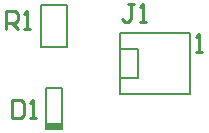
<source format=gto>
G04*
G04 #@! TF.GenerationSoftware,Altium Limited,Altium Designer,20.1.11 (218)*
G04*
G04 Layer_Color=65535*
%FSLAX25Y25*%
%MOIN*%
G70*
G04*
G04 #@! TF.SameCoordinates,0F914B5B-63C7-4FC6-B0DB-2B1D55913708*
G04*
G04*
G04 #@! TF.FilePolarity,Positive*
G04*
G01*
G75*
%ADD10C,0.00787*%
%ADD11C,0.01000*%
%ADD12R,0.05512X0.01968*%
D10*
X45587Y37902D02*
X51587D01*
Y47402D01*
X46087D02*
X51587D01*
X68587Y52902D02*
X69087Y52402D01*
X45587Y52902D02*
X68587D01*
X45587Y32402D02*
Y52902D01*
Y32402D02*
X69087D01*
Y52402D01*
X26378Y20866D02*
Y34252D01*
X22244D02*
X25000D01*
X20866Y20866D02*
Y34252D01*
Y20866D02*
X26378D01*
X25000Y34252D02*
X26378D01*
X20866D02*
X22244D01*
X27953Y47933D02*
Y62106D01*
X19291D02*
X27953D01*
X19291Y47933D02*
Y62106D01*
Y47933D02*
X27953D01*
D11*
X71087Y46402D02*
X73086D01*
X72086D01*
Y52400D01*
X71087Y51400D01*
X9781Y30558D02*
Y24560D01*
X12780D01*
X13780Y25560D01*
Y29558D01*
X12780Y30558D01*
X9781D01*
X15779Y24560D02*
X17778D01*
X16779D01*
Y30558D01*
X15779Y29558D01*
X7812Y54088D02*
Y60086D01*
X10811D01*
X11811Y59086D01*
Y57087D01*
X10811Y56087D01*
X7812D01*
X9812D02*
X11811Y54088D01*
X13810D02*
X15810D01*
X14810D01*
Y60086D01*
X13810Y59086D01*
X50235Y62350D02*
X48236D01*
X49236D01*
Y57351D01*
X48236Y56352D01*
X47236D01*
X46237Y57351D01*
X52235Y56352D02*
X54234D01*
X53234D01*
Y62350D01*
X52235Y61350D01*
D12*
X23622Y21850D02*
D03*
M02*

</source>
